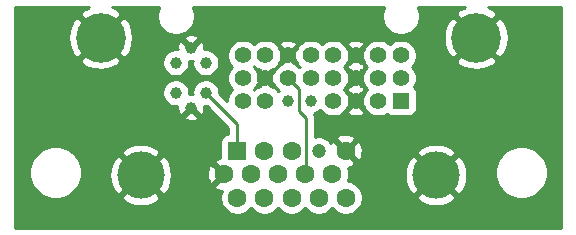
<source format=gbl>
G04 #@! TF.GenerationSoftware,KiCad,Pcbnew,(5.1.2)-1*
G04 #@! TF.CreationDate,2019-06-06T00:59:27-04:00*
G04 #@! TF.ProjectId,VGA to DVI_SIMPLE,56474120-746f-4204-9456-495f53494d50,rev?*
G04 #@! TF.SameCoordinates,Original*
G04 #@! TF.FileFunction,Copper,L2,Bot*
G04 #@! TF.FilePolarity,Positive*
%FSLAX46Y46*%
G04 Gerber Fmt 4.6, Leading zero omitted, Abs format (unit mm)*
G04 Created by KiCad (PCBNEW (5.1.2)-1) date 2019-06-06 00:59:27*
%MOMM*%
%LPD*%
G04 APERTURE LIST*
%ADD10C,4.200000*%
%ADD11C,1.400000*%
%ADD12R,1.400000X1.400000*%
%ADD13C,1.000000*%
%ADD14R,1.600000X1.600000*%
%ADD15C,1.600000*%
%ADD16C,1.200000*%
%ADD17C,4.000000*%
%ADD18C,0.250000*%
%ADD19C,0.254000*%
G04 APERTURE END LIST*
D10*
X186690000Y-109220000D03*
X154890000Y-109220000D03*
D11*
X180310000Y-110740000D03*
X178400000Y-110740000D03*
X176490000Y-110740000D03*
X174580000Y-110740000D03*
X172670000Y-110740000D03*
X170760000Y-110740000D03*
X168850000Y-110740000D03*
X166940000Y-110740000D03*
X180310000Y-112650000D03*
X178400000Y-112650000D03*
X176490000Y-112650000D03*
X174580000Y-112650000D03*
X172670000Y-112650000D03*
X170760000Y-112650000D03*
X168850000Y-112650000D03*
X166940000Y-112650000D03*
D12*
X180310000Y-114560000D03*
D11*
X178400000Y-114560000D03*
X176490000Y-114560000D03*
X174580000Y-114560000D03*
D13*
X172670000Y-114560000D03*
X170760000Y-114560000D03*
D11*
X168850000Y-114560000D03*
X166940000Y-114560000D03*
D13*
X163800000Y-111350000D03*
X161260000Y-111350000D03*
X162530000Y-110080000D03*
X163800000Y-113890000D03*
X161260000Y-113890000D03*
X162530000Y-115160000D03*
D14*
X166475000Y-118814339D03*
D15*
X168765000Y-118814339D03*
X171055000Y-118814339D03*
D16*
X173345000Y-118814339D03*
D15*
X175635000Y-118814339D03*
X165330000Y-120794339D03*
X167620000Y-120794339D03*
X169910000Y-120794339D03*
X172200000Y-120794339D03*
X174490000Y-120794339D03*
X166475000Y-122774339D03*
X168765000Y-122774339D03*
X171055000Y-122774339D03*
X173345000Y-122774339D03*
X175635000Y-122774339D03*
D17*
X158290000Y-120864339D03*
X183290000Y-120864339D03*
D18*
X166475000Y-116565000D02*
X163800000Y-113890000D01*
X166475000Y-118814339D02*
X166475000Y-116565000D01*
X171459999Y-113349999D02*
X170760000Y-112650000D01*
X171700000Y-113590000D02*
X171459999Y-113349999D01*
X171700000Y-115450000D02*
X171700000Y-113590000D01*
X172300000Y-116050000D02*
X171700000Y-115450000D01*
X172200000Y-120794339D02*
X172300000Y-120694339D01*
X172300000Y-120694339D02*
X172300000Y-116050000D01*
D19*
G36*
X153820655Y-106688343D02*
G01*
X153379099Y-106924359D01*
X153150965Y-107301360D01*
X154890000Y-109040395D01*
X156629035Y-107301360D01*
X156400901Y-106924359D01*
X155924011Y-106673708D01*
X155877664Y-106660000D01*
X159828009Y-106660000D01*
X159711871Y-106940380D01*
X159650000Y-107251429D01*
X159650000Y-107568571D01*
X159711871Y-107879620D01*
X159833237Y-108172621D01*
X160009431Y-108436315D01*
X160233685Y-108660569D01*
X160497379Y-108836763D01*
X160790380Y-108958129D01*
X161101429Y-109020000D01*
X161418571Y-109020000D01*
X161729620Y-108958129D01*
X162022621Y-108836763D01*
X162286315Y-108660569D01*
X162510569Y-108436315D01*
X162686763Y-108172621D01*
X162808129Y-107879620D01*
X162870000Y-107568571D01*
X162870000Y-107251429D01*
X162808129Y-106940380D01*
X162691991Y-106660000D01*
X178878009Y-106660000D01*
X178761871Y-106940380D01*
X178700000Y-107251429D01*
X178700000Y-107568571D01*
X178761871Y-107879620D01*
X178883237Y-108172621D01*
X179059431Y-108436315D01*
X179283685Y-108660569D01*
X179547379Y-108836763D01*
X179840380Y-108958129D01*
X180151429Y-109020000D01*
X180468571Y-109020000D01*
X180779620Y-108958129D01*
X181072621Y-108836763D01*
X181336315Y-108660569D01*
X181560569Y-108436315D01*
X181736763Y-108172621D01*
X181858129Y-107879620D01*
X181920000Y-107568571D01*
X181920000Y-107251429D01*
X181858129Y-106940380D01*
X181741991Y-106660000D01*
X185711801Y-106660000D01*
X185620655Y-106688343D01*
X185179099Y-106924359D01*
X184950965Y-107301360D01*
X186690000Y-109040395D01*
X188429035Y-107301360D01*
X188200901Y-106924359D01*
X187724011Y-106673708D01*
X187677664Y-106660000D01*
X193840000Y-106660000D01*
X193840001Y-120467572D01*
X193840000Y-120467582D01*
X193840001Y-125340000D01*
X147660000Y-125340000D01*
X147660000Y-120429872D01*
X148845000Y-120429872D01*
X148845000Y-120870128D01*
X148930890Y-121301925D01*
X149099369Y-121708669D01*
X149343962Y-122074729D01*
X149655271Y-122386038D01*
X150021331Y-122630631D01*
X150428075Y-122799110D01*
X150859872Y-122885000D01*
X151300128Y-122885000D01*
X151731925Y-122799110D01*
X151942618Y-122711838D01*
X156622106Y-122711838D01*
X156838228Y-123078597D01*
X157298105Y-123319277D01*
X157796098Y-123465614D01*
X158313071Y-123511987D01*
X158829159Y-123456612D01*
X159324526Y-123301618D01*
X159741772Y-123078597D01*
X159957894Y-122711838D01*
X158290000Y-121043944D01*
X156622106Y-122711838D01*
X151942618Y-122711838D01*
X152138669Y-122630631D01*
X152504729Y-122386038D01*
X152816038Y-122074729D01*
X153060631Y-121708669D01*
X153229110Y-121301925D01*
X153311562Y-120887410D01*
X155642352Y-120887410D01*
X155697727Y-121403498D01*
X155852721Y-121898865D01*
X156075742Y-122316111D01*
X156442501Y-122532233D01*
X158110395Y-120864339D01*
X158469605Y-120864339D01*
X160137499Y-122532233D01*
X160504258Y-122316111D01*
X160744938Y-121856234D01*
X160891275Y-121358241D01*
X160935532Y-120864851D01*
X163889783Y-120864851D01*
X163931213Y-121144469D01*
X164026397Y-121410631D01*
X164093329Y-121535853D01*
X164337298Y-121607436D01*
X165150395Y-120794339D01*
X164337298Y-119981242D01*
X164093329Y-120052825D01*
X163972429Y-120308335D01*
X163903700Y-120582523D01*
X163889783Y-120864851D01*
X160935532Y-120864851D01*
X160937648Y-120841268D01*
X160882273Y-120325180D01*
X160727279Y-119829813D01*
X160504258Y-119412567D01*
X160137499Y-119196445D01*
X158469605Y-120864339D01*
X158110395Y-120864339D01*
X156442501Y-119196445D01*
X156075742Y-119412567D01*
X155835062Y-119872444D01*
X155688725Y-120370437D01*
X155642352Y-120887410D01*
X153311562Y-120887410D01*
X153315000Y-120870128D01*
X153315000Y-120429872D01*
X153229110Y-119998075D01*
X153060631Y-119591331D01*
X152816038Y-119225271D01*
X152607607Y-119016840D01*
X156622106Y-119016840D01*
X158290000Y-120684734D01*
X159957894Y-119016840D01*
X159741772Y-118650081D01*
X159281895Y-118409401D01*
X158783902Y-118263064D01*
X158266929Y-118216691D01*
X157750841Y-118272066D01*
X157255474Y-118427060D01*
X156838228Y-118650081D01*
X156622106Y-119016840D01*
X152607607Y-119016840D01*
X152504729Y-118913962D01*
X152138669Y-118669369D01*
X151731925Y-118500890D01*
X151300128Y-118415000D01*
X150859872Y-118415000D01*
X150428075Y-118500890D01*
X150021331Y-118669369D01*
X149655271Y-118913962D01*
X149343962Y-119225271D01*
X149099369Y-119591331D01*
X148930890Y-119998075D01*
X148845000Y-120429872D01*
X147660000Y-120429872D01*
X147660000Y-115938166D01*
X161931439Y-115938166D01*
X161966550Y-116151588D01*
X162170826Y-116242458D01*
X162388905Y-116291731D01*
X162612406Y-116297511D01*
X162832740Y-116259577D01*
X163041440Y-116179387D01*
X163093450Y-116151588D01*
X163128561Y-115938166D01*
X162530000Y-115339605D01*
X161931439Y-115938166D01*
X147660000Y-115938166D01*
X147660000Y-113778212D01*
X160125000Y-113778212D01*
X160125000Y-114001788D01*
X160168617Y-114221067D01*
X160254176Y-114427624D01*
X160378388Y-114613520D01*
X160536480Y-114771612D01*
X160722376Y-114895824D01*
X160928933Y-114981383D01*
X161148212Y-115025000D01*
X161371788Y-115025000D01*
X161398247Y-115019737D01*
X161392489Y-115242406D01*
X161430423Y-115462740D01*
X161510613Y-115671440D01*
X161538412Y-115723450D01*
X161751834Y-115758561D01*
X162350395Y-115160000D01*
X162336253Y-115145858D01*
X162515858Y-114966253D01*
X162530000Y-114980395D01*
X162544143Y-114966253D01*
X162723748Y-115145858D01*
X162709605Y-115160000D01*
X163308166Y-115758561D01*
X163521588Y-115723450D01*
X163612458Y-115519174D01*
X163661731Y-115301095D01*
X163667511Y-115077594D01*
X163657401Y-115018871D01*
X163688212Y-115025000D01*
X163860199Y-115025000D01*
X165715001Y-116879803D01*
X165715001Y-117376267D01*
X165675000Y-117376267D01*
X165550518Y-117388527D01*
X165430820Y-117424837D01*
X165320506Y-117483802D01*
X165223815Y-117563154D01*
X165144463Y-117659845D01*
X165085498Y-117770159D01*
X165049188Y-117889857D01*
X165036928Y-118014339D01*
X165036928Y-119387098D01*
X164979870Y-119395552D01*
X164713708Y-119490736D01*
X164588486Y-119557668D01*
X164516903Y-119801637D01*
X165330000Y-120614734D01*
X165344143Y-120600592D01*
X165523748Y-120780197D01*
X165509605Y-120794339D01*
X165523748Y-120808482D01*
X165344143Y-120988087D01*
X165330000Y-120973944D01*
X164516903Y-121787041D01*
X164588486Y-122031010D01*
X164843996Y-122151910D01*
X165118184Y-122220639D01*
X165150459Y-122222230D01*
X165095147Y-122355765D01*
X165040000Y-122633004D01*
X165040000Y-122915674D01*
X165095147Y-123192913D01*
X165203320Y-123454066D01*
X165360363Y-123689098D01*
X165560241Y-123888976D01*
X165795273Y-124046019D01*
X166056426Y-124154192D01*
X166333665Y-124209339D01*
X166616335Y-124209339D01*
X166893574Y-124154192D01*
X167154727Y-124046019D01*
X167389759Y-123888976D01*
X167589637Y-123689098D01*
X167620000Y-123643656D01*
X167650363Y-123689098D01*
X167850241Y-123888976D01*
X168085273Y-124046019D01*
X168346426Y-124154192D01*
X168623665Y-124209339D01*
X168906335Y-124209339D01*
X169183574Y-124154192D01*
X169444727Y-124046019D01*
X169679759Y-123888976D01*
X169879637Y-123689098D01*
X169910000Y-123643656D01*
X169940363Y-123689098D01*
X170140241Y-123888976D01*
X170375273Y-124046019D01*
X170636426Y-124154192D01*
X170913665Y-124209339D01*
X171196335Y-124209339D01*
X171473574Y-124154192D01*
X171734727Y-124046019D01*
X171969759Y-123888976D01*
X172169637Y-123689098D01*
X172200000Y-123643656D01*
X172230363Y-123689098D01*
X172430241Y-123888976D01*
X172665273Y-124046019D01*
X172926426Y-124154192D01*
X173203665Y-124209339D01*
X173486335Y-124209339D01*
X173763574Y-124154192D01*
X174024727Y-124046019D01*
X174259759Y-123888976D01*
X174459637Y-123689098D01*
X174490000Y-123643656D01*
X174520363Y-123689098D01*
X174720241Y-123888976D01*
X174955273Y-124046019D01*
X175216426Y-124154192D01*
X175493665Y-124209339D01*
X175776335Y-124209339D01*
X176053574Y-124154192D01*
X176314727Y-124046019D01*
X176549759Y-123888976D01*
X176749637Y-123689098D01*
X176906680Y-123454066D01*
X177014853Y-123192913D01*
X177070000Y-122915674D01*
X177070000Y-122711838D01*
X181622106Y-122711838D01*
X181838228Y-123078597D01*
X182298105Y-123319277D01*
X182796098Y-123465614D01*
X183313071Y-123511987D01*
X183829159Y-123456612D01*
X184324526Y-123301618D01*
X184741772Y-123078597D01*
X184957894Y-122711838D01*
X183290000Y-121043944D01*
X181622106Y-122711838D01*
X177070000Y-122711838D01*
X177070000Y-122633004D01*
X177014853Y-122355765D01*
X176906680Y-122094612D01*
X176749637Y-121859580D01*
X176549759Y-121659702D01*
X176314727Y-121502659D01*
X176053574Y-121394486D01*
X175815929Y-121347215D01*
X175847571Y-121280343D01*
X175916300Y-121006155D01*
X175922153Y-120887410D01*
X180642352Y-120887410D01*
X180697727Y-121403498D01*
X180852721Y-121898865D01*
X181075742Y-122316111D01*
X181442501Y-122532233D01*
X183110395Y-120864339D01*
X183469605Y-120864339D01*
X185137499Y-122532233D01*
X185504258Y-122316111D01*
X185744938Y-121856234D01*
X185891275Y-121358241D01*
X185937648Y-120841268D01*
X185893507Y-120429872D01*
X188265000Y-120429872D01*
X188265000Y-120870128D01*
X188350890Y-121301925D01*
X188519369Y-121708669D01*
X188763962Y-122074729D01*
X189075271Y-122386038D01*
X189441331Y-122630631D01*
X189848075Y-122799110D01*
X190279872Y-122885000D01*
X190720128Y-122885000D01*
X191151925Y-122799110D01*
X191558669Y-122630631D01*
X191924729Y-122386038D01*
X192236038Y-122074729D01*
X192480631Y-121708669D01*
X192649110Y-121301925D01*
X192735000Y-120870128D01*
X192735000Y-120429872D01*
X192649110Y-119998075D01*
X192480631Y-119591331D01*
X192236038Y-119225271D01*
X191924729Y-118913962D01*
X191558669Y-118669369D01*
X191151925Y-118500890D01*
X190720128Y-118415000D01*
X190279872Y-118415000D01*
X189848075Y-118500890D01*
X189441331Y-118669369D01*
X189075271Y-118913962D01*
X188763962Y-119225271D01*
X188519369Y-119591331D01*
X188350890Y-119998075D01*
X188265000Y-120429872D01*
X185893507Y-120429872D01*
X185882273Y-120325180D01*
X185727279Y-119829813D01*
X185504258Y-119412567D01*
X185137499Y-119196445D01*
X183469605Y-120864339D01*
X183110395Y-120864339D01*
X181442501Y-119196445D01*
X181075742Y-119412567D01*
X180835062Y-119872444D01*
X180688725Y-120370437D01*
X180642352Y-120887410D01*
X175922153Y-120887410D01*
X175930217Y-120723827D01*
X175888787Y-120444209D01*
X175815154Y-120238311D01*
X175985130Y-120213126D01*
X176251292Y-120117942D01*
X176376514Y-120051010D01*
X176448097Y-119807041D01*
X175635000Y-118993944D01*
X175620858Y-119008087D01*
X175441253Y-118828482D01*
X175455395Y-118814339D01*
X175814605Y-118814339D01*
X176627702Y-119627436D01*
X176871671Y-119555853D01*
X176992571Y-119300343D01*
X177061300Y-119026155D01*
X177061759Y-119016840D01*
X181622106Y-119016840D01*
X183290000Y-120684734D01*
X184957894Y-119016840D01*
X184741772Y-118650081D01*
X184281895Y-118409401D01*
X183783902Y-118263064D01*
X183266929Y-118216691D01*
X182750841Y-118272066D01*
X182255474Y-118427060D01*
X181838228Y-118650081D01*
X181622106Y-119016840D01*
X177061759Y-119016840D01*
X177075217Y-118743827D01*
X177033787Y-118464209D01*
X176938603Y-118198047D01*
X176871671Y-118072825D01*
X176627702Y-118001242D01*
X175814605Y-118814339D01*
X175455395Y-118814339D01*
X174642298Y-118001242D01*
X174398329Y-118072825D01*
X174372016Y-118128435D01*
X174304287Y-118027072D01*
X174132267Y-117855052D01*
X174082258Y-117821637D01*
X174821903Y-117821637D01*
X175635000Y-118634734D01*
X176448097Y-117821637D01*
X176376514Y-117577668D01*
X176121004Y-117456768D01*
X175846816Y-117388039D01*
X175564488Y-117374122D01*
X175284870Y-117415552D01*
X175018708Y-117510736D01*
X174893486Y-117577668D01*
X174821903Y-117821637D01*
X174082258Y-117821637D01*
X173929992Y-117719896D01*
X173705236Y-117626799D01*
X173466637Y-117579339D01*
X173223363Y-117579339D01*
X173060000Y-117611834D01*
X173060000Y-116087322D01*
X173063676Y-116049999D01*
X173060000Y-116012676D01*
X173060000Y-116012667D01*
X173049003Y-115901014D01*
X173005546Y-115757753D01*
X172997257Y-115742246D01*
X172953723Y-115660800D01*
X173001067Y-115651383D01*
X173207624Y-115565824D01*
X173393520Y-115441612D01*
X173495406Y-115339726D01*
X173543038Y-115411013D01*
X173728987Y-115596962D01*
X173947641Y-115743061D01*
X174190595Y-115843696D01*
X174448514Y-115895000D01*
X174711486Y-115895000D01*
X174969405Y-115843696D01*
X175212359Y-115743061D01*
X175431013Y-115596962D01*
X175546706Y-115481269D01*
X175748336Y-115481269D01*
X175807797Y-115715037D01*
X176046242Y-115825934D01*
X176301740Y-115888183D01*
X176564473Y-115899390D01*
X176824344Y-115859125D01*
X177071366Y-115768935D01*
X177172203Y-115715037D01*
X177231664Y-115481269D01*
X176490000Y-114739605D01*
X175748336Y-115481269D01*
X175546706Y-115481269D01*
X175616962Y-115411013D01*
X175763061Y-115192359D01*
X175823183Y-115047212D01*
X176310395Y-114560000D01*
X175823183Y-114072788D01*
X175763061Y-113927641D01*
X175616962Y-113708987D01*
X175512975Y-113605000D01*
X175546706Y-113571269D01*
X175748336Y-113571269D01*
X175756916Y-113605000D01*
X175748336Y-113638731D01*
X175771349Y-113661744D01*
X175807797Y-113805037D01*
X176007539Y-113897934D01*
X176490000Y-114380395D01*
X176977010Y-113893385D01*
X177071366Y-113858935D01*
X177172203Y-113805037D01*
X177208651Y-113661744D01*
X177231664Y-113638731D01*
X177223084Y-113605000D01*
X177231664Y-113571269D01*
X177208651Y-113548256D01*
X177172203Y-113404963D01*
X176972461Y-113312066D01*
X176490000Y-112829605D01*
X176002990Y-113316615D01*
X175908634Y-113351065D01*
X175807797Y-113404963D01*
X175771349Y-113548256D01*
X175748336Y-113571269D01*
X175546706Y-113571269D01*
X175616962Y-113501013D01*
X175763061Y-113282359D01*
X175823183Y-113137212D01*
X176310395Y-112650000D01*
X175823183Y-112162788D01*
X175763061Y-112017641D01*
X175616962Y-111798987D01*
X175512975Y-111695000D01*
X175546706Y-111661269D01*
X175748336Y-111661269D01*
X175756916Y-111695000D01*
X175748336Y-111728731D01*
X175771349Y-111751744D01*
X175807797Y-111895037D01*
X176007539Y-111987934D01*
X176490000Y-112470395D01*
X176977010Y-111983385D01*
X177071366Y-111948935D01*
X177172203Y-111895037D01*
X177208651Y-111751744D01*
X177231664Y-111728731D01*
X177223084Y-111695000D01*
X177231664Y-111661269D01*
X177208651Y-111638256D01*
X177172203Y-111494963D01*
X176972461Y-111402066D01*
X176490000Y-110919605D01*
X176002990Y-111406615D01*
X175908634Y-111441065D01*
X175807797Y-111494963D01*
X175771349Y-111638256D01*
X175748336Y-111661269D01*
X175546706Y-111661269D01*
X175616962Y-111591013D01*
X175763061Y-111372359D01*
X175823183Y-111227212D01*
X176310395Y-110740000D01*
X176669605Y-110740000D01*
X177156817Y-111227212D01*
X177216939Y-111372359D01*
X177363038Y-111591013D01*
X177467025Y-111695000D01*
X177363038Y-111798987D01*
X177216939Y-112017641D01*
X177156817Y-112162788D01*
X176669605Y-112650000D01*
X177156817Y-113137212D01*
X177216939Y-113282359D01*
X177363038Y-113501013D01*
X177467025Y-113605000D01*
X177363038Y-113708987D01*
X177216939Y-113927641D01*
X177156817Y-114072788D01*
X176669605Y-114560000D01*
X177156817Y-115047212D01*
X177216939Y-115192359D01*
X177363038Y-115411013D01*
X177548987Y-115596962D01*
X177767641Y-115743061D01*
X178010595Y-115843696D01*
X178268514Y-115895000D01*
X178531486Y-115895000D01*
X178789405Y-115843696D01*
X179032359Y-115743061D01*
X179130925Y-115677201D01*
X179158815Y-115711185D01*
X179255506Y-115790537D01*
X179365820Y-115849502D01*
X179485518Y-115885812D01*
X179610000Y-115898072D01*
X181010000Y-115898072D01*
X181134482Y-115885812D01*
X181254180Y-115849502D01*
X181364494Y-115790537D01*
X181461185Y-115711185D01*
X181540537Y-115614494D01*
X181599502Y-115504180D01*
X181635812Y-115384482D01*
X181648072Y-115260000D01*
X181648072Y-113860000D01*
X181635812Y-113735518D01*
X181599502Y-113615820D01*
X181540537Y-113505506D01*
X181461185Y-113408815D01*
X181427201Y-113380925D01*
X181493061Y-113282359D01*
X181593696Y-113039405D01*
X181645000Y-112781486D01*
X181645000Y-112518514D01*
X181593696Y-112260595D01*
X181493061Y-112017641D01*
X181346962Y-111798987D01*
X181242975Y-111695000D01*
X181346962Y-111591013D01*
X181493061Y-111372359D01*
X181589870Y-111138640D01*
X184950965Y-111138640D01*
X185179099Y-111515641D01*
X185655989Y-111766292D01*
X186172614Y-111919092D01*
X186709122Y-111968167D01*
X187244896Y-111911631D01*
X187759345Y-111751657D01*
X188200901Y-111515641D01*
X188429035Y-111138640D01*
X186690000Y-109399605D01*
X184950965Y-111138640D01*
X181589870Y-111138640D01*
X181593696Y-111129405D01*
X181645000Y-110871486D01*
X181645000Y-110608514D01*
X181593696Y-110350595D01*
X181493061Y-110107641D01*
X181346962Y-109888987D01*
X181161013Y-109703038D01*
X180942359Y-109556939D01*
X180699405Y-109456304D01*
X180441486Y-109405000D01*
X180178514Y-109405000D01*
X179920595Y-109456304D01*
X179677641Y-109556939D01*
X179458987Y-109703038D01*
X179355000Y-109807025D01*
X179251013Y-109703038D01*
X179032359Y-109556939D01*
X178789405Y-109456304D01*
X178531486Y-109405000D01*
X178268514Y-109405000D01*
X178010595Y-109456304D01*
X177767641Y-109556939D01*
X177548987Y-109703038D01*
X177363038Y-109888987D01*
X177216939Y-110107641D01*
X177156817Y-110252788D01*
X176669605Y-110740000D01*
X176310395Y-110740000D01*
X175823183Y-110252788D01*
X175763061Y-110107641D01*
X175616962Y-109888987D01*
X175546706Y-109818731D01*
X175748336Y-109818731D01*
X176490000Y-110560395D01*
X177231664Y-109818731D01*
X177172203Y-109584963D01*
X176933758Y-109474066D01*
X176678260Y-109411817D01*
X176415527Y-109400610D01*
X176155656Y-109440875D01*
X175908634Y-109531065D01*
X175807797Y-109584963D01*
X175748336Y-109818731D01*
X175546706Y-109818731D01*
X175431013Y-109703038D01*
X175212359Y-109556939D01*
X174969405Y-109456304D01*
X174711486Y-109405000D01*
X174448514Y-109405000D01*
X174190595Y-109456304D01*
X173947641Y-109556939D01*
X173728987Y-109703038D01*
X173625000Y-109807025D01*
X173521013Y-109703038D01*
X173302359Y-109556939D01*
X173059405Y-109456304D01*
X172801486Y-109405000D01*
X172538514Y-109405000D01*
X172280595Y-109456304D01*
X172037641Y-109556939D01*
X171818987Y-109703038D01*
X171633038Y-109888987D01*
X171486939Y-110107641D01*
X171426817Y-110252788D01*
X170939605Y-110740000D01*
X171426817Y-111227212D01*
X171486939Y-111372359D01*
X171633038Y-111591013D01*
X171737025Y-111695000D01*
X171715000Y-111717025D01*
X171611013Y-111613038D01*
X171392359Y-111466939D01*
X171247212Y-111406817D01*
X170760000Y-110919605D01*
X170272788Y-111406817D01*
X170127641Y-111466939D01*
X169908987Y-111613038D01*
X169723038Y-111798987D01*
X169576939Y-112017641D01*
X169516817Y-112162788D01*
X169029605Y-112650000D01*
X169516817Y-113137212D01*
X169576939Y-113282359D01*
X169723038Y-113501013D01*
X169908987Y-113686962D01*
X169980274Y-113734594D01*
X169934594Y-113780274D01*
X169886962Y-113708987D01*
X169701013Y-113523038D01*
X169482359Y-113376939D01*
X169337212Y-113316817D01*
X168850000Y-112829605D01*
X168362788Y-113316817D01*
X168217641Y-113376939D01*
X167998987Y-113523038D01*
X167895000Y-113627025D01*
X167872975Y-113605000D01*
X167976962Y-113501013D01*
X168123061Y-113282359D01*
X168183183Y-113137212D01*
X168670395Y-112650000D01*
X168183183Y-112162788D01*
X168123061Y-112017641D01*
X167976962Y-111798987D01*
X167872975Y-111695000D01*
X167895000Y-111672975D01*
X167998987Y-111776962D01*
X168217641Y-111923061D01*
X168362788Y-111983183D01*
X168850000Y-112470395D01*
X169337212Y-111983183D01*
X169482359Y-111923061D01*
X169701013Y-111776962D01*
X169886962Y-111591013D01*
X170033061Y-111372359D01*
X170093183Y-111227212D01*
X170580395Y-110740000D01*
X170093183Y-110252788D01*
X170033061Y-110107641D01*
X169886962Y-109888987D01*
X169816706Y-109818731D01*
X170018336Y-109818731D01*
X170760000Y-110560395D01*
X171501664Y-109818731D01*
X171442203Y-109584963D01*
X171203758Y-109474066D01*
X170948260Y-109411817D01*
X170685527Y-109400610D01*
X170425656Y-109440875D01*
X170178634Y-109531065D01*
X170077797Y-109584963D01*
X170018336Y-109818731D01*
X169816706Y-109818731D01*
X169701013Y-109703038D01*
X169482359Y-109556939D01*
X169239405Y-109456304D01*
X168981486Y-109405000D01*
X168718514Y-109405000D01*
X168460595Y-109456304D01*
X168217641Y-109556939D01*
X167998987Y-109703038D01*
X167895000Y-109807025D01*
X167791013Y-109703038D01*
X167572359Y-109556939D01*
X167329405Y-109456304D01*
X167071486Y-109405000D01*
X166808514Y-109405000D01*
X166550595Y-109456304D01*
X166307641Y-109556939D01*
X166088987Y-109703038D01*
X165903038Y-109888987D01*
X165756939Y-110107641D01*
X165656304Y-110350595D01*
X165605000Y-110608514D01*
X165605000Y-110871486D01*
X165656304Y-111129405D01*
X165756939Y-111372359D01*
X165903038Y-111591013D01*
X166007025Y-111695000D01*
X165903038Y-111798987D01*
X165756939Y-112017641D01*
X165656304Y-112260595D01*
X165605000Y-112518514D01*
X165605000Y-112781486D01*
X165656304Y-113039405D01*
X165756939Y-113282359D01*
X165903038Y-113501013D01*
X166007025Y-113605000D01*
X165903038Y-113708987D01*
X165756939Y-113927641D01*
X165656304Y-114170595D01*
X165605000Y-114428514D01*
X165605000Y-114620199D01*
X164935000Y-113950199D01*
X164935000Y-113778212D01*
X164891383Y-113558933D01*
X164805824Y-113352376D01*
X164681612Y-113166480D01*
X164523520Y-113008388D01*
X164337624Y-112884176D01*
X164131067Y-112798617D01*
X163911788Y-112755000D01*
X163688212Y-112755000D01*
X163468933Y-112798617D01*
X163262376Y-112884176D01*
X163076480Y-113008388D01*
X162918388Y-113166480D01*
X162794176Y-113352376D01*
X162708617Y-113558933D01*
X162665000Y-113778212D01*
X162665000Y-114001788D01*
X162670263Y-114028247D01*
X162447594Y-114022489D01*
X162388871Y-114032599D01*
X162395000Y-114001788D01*
X162395000Y-113778212D01*
X162351383Y-113558933D01*
X162265824Y-113352376D01*
X162141612Y-113166480D01*
X161983520Y-113008388D01*
X161797624Y-112884176D01*
X161591067Y-112798617D01*
X161371788Y-112755000D01*
X161148212Y-112755000D01*
X160928933Y-112798617D01*
X160722376Y-112884176D01*
X160536480Y-113008388D01*
X160378388Y-113166480D01*
X160254176Y-113352376D01*
X160168617Y-113558933D01*
X160125000Y-113778212D01*
X147660000Y-113778212D01*
X147660000Y-111138640D01*
X153150965Y-111138640D01*
X153379099Y-111515641D01*
X153855989Y-111766292D01*
X154372614Y-111919092D01*
X154909122Y-111968167D01*
X155444896Y-111911631D01*
X155959345Y-111751657D01*
X156400901Y-111515641D01*
X156568781Y-111238212D01*
X160125000Y-111238212D01*
X160125000Y-111461788D01*
X160168617Y-111681067D01*
X160254176Y-111887624D01*
X160378388Y-112073520D01*
X160536480Y-112231612D01*
X160722376Y-112355824D01*
X160928933Y-112441383D01*
X161148212Y-112485000D01*
X161371788Y-112485000D01*
X161591067Y-112441383D01*
X161797624Y-112355824D01*
X161983520Y-112231612D01*
X162141612Y-112073520D01*
X162265824Y-111887624D01*
X162351383Y-111681067D01*
X162395000Y-111461788D01*
X162395000Y-111238212D01*
X162389737Y-111211753D01*
X162612406Y-111217511D01*
X162671129Y-111207401D01*
X162665000Y-111238212D01*
X162665000Y-111461788D01*
X162708617Y-111681067D01*
X162794176Y-111887624D01*
X162918388Y-112073520D01*
X163076480Y-112231612D01*
X163262376Y-112355824D01*
X163468933Y-112441383D01*
X163688212Y-112485000D01*
X163911788Y-112485000D01*
X164131067Y-112441383D01*
X164337624Y-112355824D01*
X164523520Y-112231612D01*
X164681612Y-112073520D01*
X164805824Y-111887624D01*
X164891383Y-111681067D01*
X164935000Y-111461788D01*
X164935000Y-111238212D01*
X164891383Y-111018933D01*
X164805824Y-110812376D01*
X164681612Y-110626480D01*
X164523520Y-110468388D01*
X164337624Y-110344176D01*
X164131067Y-110258617D01*
X163911788Y-110215000D01*
X163688212Y-110215000D01*
X163661753Y-110220263D01*
X163667511Y-109997594D01*
X163629577Y-109777260D01*
X163549387Y-109568560D01*
X163521588Y-109516550D01*
X163308166Y-109481439D01*
X162709605Y-110080000D01*
X162723748Y-110094143D01*
X162544143Y-110273748D01*
X162530000Y-110259605D01*
X162515858Y-110273748D01*
X162336253Y-110094143D01*
X162350395Y-110080000D01*
X161751834Y-109481439D01*
X161538412Y-109516550D01*
X161447542Y-109720826D01*
X161398269Y-109938905D01*
X161392489Y-110162406D01*
X161402599Y-110221129D01*
X161371788Y-110215000D01*
X161148212Y-110215000D01*
X160928933Y-110258617D01*
X160722376Y-110344176D01*
X160536480Y-110468388D01*
X160378388Y-110626480D01*
X160254176Y-110812376D01*
X160168617Y-111018933D01*
X160125000Y-111238212D01*
X156568781Y-111238212D01*
X156629035Y-111138640D01*
X154890000Y-109399605D01*
X153150965Y-111138640D01*
X147660000Y-111138640D01*
X147660000Y-109239122D01*
X152141833Y-109239122D01*
X152198369Y-109774896D01*
X152358343Y-110289345D01*
X152594359Y-110730901D01*
X152971360Y-110959035D01*
X154710395Y-109220000D01*
X155069605Y-109220000D01*
X156808640Y-110959035D01*
X157185641Y-110730901D01*
X157436292Y-110254011D01*
X157589092Y-109737386D01*
X157628932Y-109301834D01*
X161931439Y-109301834D01*
X162530000Y-109900395D01*
X163128561Y-109301834D01*
X163118244Y-109239122D01*
X183941833Y-109239122D01*
X183998369Y-109774896D01*
X184158343Y-110289345D01*
X184394359Y-110730901D01*
X184771360Y-110959035D01*
X186510395Y-109220000D01*
X186869605Y-109220000D01*
X188608640Y-110959035D01*
X188985641Y-110730901D01*
X189236292Y-110254011D01*
X189389092Y-109737386D01*
X189438167Y-109200878D01*
X189381631Y-108665104D01*
X189221657Y-108150655D01*
X188985641Y-107709099D01*
X188608640Y-107480965D01*
X186869605Y-109220000D01*
X186510395Y-109220000D01*
X184771360Y-107480965D01*
X184394359Y-107709099D01*
X184143708Y-108185989D01*
X183990908Y-108702614D01*
X183941833Y-109239122D01*
X163118244Y-109239122D01*
X163093450Y-109088412D01*
X162889174Y-108997542D01*
X162671095Y-108948269D01*
X162447594Y-108942489D01*
X162227260Y-108980423D01*
X162018560Y-109060613D01*
X161966550Y-109088412D01*
X161931439Y-109301834D01*
X157628932Y-109301834D01*
X157638167Y-109200878D01*
X157581631Y-108665104D01*
X157421657Y-108150655D01*
X157185641Y-107709099D01*
X156808640Y-107480965D01*
X155069605Y-109220000D01*
X154710395Y-109220000D01*
X152971360Y-107480965D01*
X152594359Y-107709099D01*
X152343708Y-108185989D01*
X152190908Y-108702614D01*
X152141833Y-109239122D01*
X147660000Y-109239122D01*
X147660000Y-106660000D01*
X153911801Y-106660000D01*
X153820655Y-106688343D01*
X153820655Y-106688343D01*
G37*
X153820655Y-106688343D02*
X153379099Y-106924359D01*
X153150965Y-107301360D01*
X154890000Y-109040395D01*
X156629035Y-107301360D01*
X156400901Y-106924359D01*
X155924011Y-106673708D01*
X155877664Y-106660000D01*
X159828009Y-106660000D01*
X159711871Y-106940380D01*
X159650000Y-107251429D01*
X159650000Y-107568571D01*
X159711871Y-107879620D01*
X159833237Y-108172621D01*
X160009431Y-108436315D01*
X160233685Y-108660569D01*
X160497379Y-108836763D01*
X160790380Y-108958129D01*
X161101429Y-109020000D01*
X161418571Y-109020000D01*
X161729620Y-108958129D01*
X162022621Y-108836763D01*
X162286315Y-108660569D01*
X162510569Y-108436315D01*
X162686763Y-108172621D01*
X162808129Y-107879620D01*
X162870000Y-107568571D01*
X162870000Y-107251429D01*
X162808129Y-106940380D01*
X162691991Y-106660000D01*
X178878009Y-106660000D01*
X178761871Y-106940380D01*
X178700000Y-107251429D01*
X178700000Y-107568571D01*
X178761871Y-107879620D01*
X178883237Y-108172621D01*
X179059431Y-108436315D01*
X179283685Y-108660569D01*
X179547379Y-108836763D01*
X179840380Y-108958129D01*
X180151429Y-109020000D01*
X180468571Y-109020000D01*
X180779620Y-108958129D01*
X181072621Y-108836763D01*
X181336315Y-108660569D01*
X181560569Y-108436315D01*
X181736763Y-108172621D01*
X181858129Y-107879620D01*
X181920000Y-107568571D01*
X181920000Y-107251429D01*
X181858129Y-106940380D01*
X181741991Y-106660000D01*
X185711801Y-106660000D01*
X185620655Y-106688343D01*
X185179099Y-106924359D01*
X184950965Y-107301360D01*
X186690000Y-109040395D01*
X188429035Y-107301360D01*
X188200901Y-106924359D01*
X187724011Y-106673708D01*
X187677664Y-106660000D01*
X193840000Y-106660000D01*
X193840001Y-120467572D01*
X193840000Y-120467582D01*
X193840001Y-125340000D01*
X147660000Y-125340000D01*
X147660000Y-120429872D01*
X148845000Y-120429872D01*
X148845000Y-120870128D01*
X148930890Y-121301925D01*
X149099369Y-121708669D01*
X149343962Y-122074729D01*
X149655271Y-122386038D01*
X150021331Y-122630631D01*
X150428075Y-122799110D01*
X150859872Y-122885000D01*
X151300128Y-122885000D01*
X151731925Y-122799110D01*
X151942618Y-122711838D01*
X156622106Y-122711838D01*
X156838228Y-123078597D01*
X157298105Y-123319277D01*
X157796098Y-123465614D01*
X158313071Y-123511987D01*
X158829159Y-123456612D01*
X159324526Y-123301618D01*
X159741772Y-123078597D01*
X159957894Y-122711838D01*
X158290000Y-121043944D01*
X156622106Y-122711838D01*
X151942618Y-122711838D01*
X152138669Y-122630631D01*
X152504729Y-122386038D01*
X152816038Y-122074729D01*
X153060631Y-121708669D01*
X153229110Y-121301925D01*
X153311562Y-120887410D01*
X155642352Y-120887410D01*
X155697727Y-121403498D01*
X155852721Y-121898865D01*
X156075742Y-122316111D01*
X156442501Y-122532233D01*
X158110395Y-120864339D01*
X158469605Y-120864339D01*
X160137499Y-122532233D01*
X160504258Y-122316111D01*
X160744938Y-121856234D01*
X160891275Y-121358241D01*
X160935532Y-120864851D01*
X163889783Y-120864851D01*
X163931213Y-121144469D01*
X164026397Y-121410631D01*
X164093329Y-121535853D01*
X164337298Y-121607436D01*
X165150395Y-120794339D01*
X164337298Y-119981242D01*
X164093329Y-120052825D01*
X163972429Y-120308335D01*
X163903700Y-120582523D01*
X163889783Y-120864851D01*
X160935532Y-120864851D01*
X160937648Y-120841268D01*
X160882273Y-120325180D01*
X160727279Y-119829813D01*
X160504258Y-119412567D01*
X160137499Y-119196445D01*
X158469605Y-120864339D01*
X158110395Y-120864339D01*
X156442501Y-119196445D01*
X156075742Y-119412567D01*
X155835062Y-119872444D01*
X155688725Y-120370437D01*
X155642352Y-120887410D01*
X153311562Y-120887410D01*
X153315000Y-120870128D01*
X153315000Y-120429872D01*
X153229110Y-119998075D01*
X153060631Y-119591331D01*
X152816038Y-119225271D01*
X152607607Y-119016840D01*
X156622106Y-119016840D01*
X158290000Y-120684734D01*
X159957894Y-119016840D01*
X159741772Y-118650081D01*
X159281895Y-118409401D01*
X158783902Y-118263064D01*
X158266929Y-118216691D01*
X157750841Y-118272066D01*
X157255474Y-118427060D01*
X156838228Y-118650081D01*
X156622106Y-119016840D01*
X152607607Y-119016840D01*
X152504729Y-118913962D01*
X152138669Y-118669369D01*
X151731925Y-118500890D01*
X151300128Y-118415000D01*
X150859872Y-118415000D01*
X150428075Y-118500890D01*
X150021331Y-118669369D01*
X149655271Y-118913962D01*
X149343962Y-119225271D01*
X149099369Y-119591331D01*
X148930890Y-119998075D01*
X148845000Y-120429872D01*
X147660000Y-120429872D01*
X147660000Y-115938166D01*
X161931439Y-115938166D01*
X161966550Y-116151588D01*
X162170826Y-116242458D01*
X162388905Y-116291731D01*
X162612406Y-116297511D01*
X162832740Y-116259577D01*
X163041440Y-116179387D01*
X163093450Y-116151588D01*
X163128561Y-115938166D01*
X162530000Y-115339605D01*
X161931439Y-115938166D01*
X147660000Y-115938166D01*
X147660000Y-113778212D01*
X160125000Y-113778212D01*
X160125000Y-114001788D01*
X160168617Y-114221067D01*
X160254176Y-114427624D01*
X160378388Y-114613520D01*
X160536480Y-114771612D01*
X160722376Y-114895824D01*
X160928933Y-114981383D01*
X161148212Y-115025000D01*
X161371788Y-115025000D01*
X161398247Y-115019737D01*
X161392489Y-115242406D01*
X161430423Y-115462740D01*
X161510613Y-115671440D01*
X161538412Y-115723450D01*
X161751834Y-115758561D01*
X162350395Y-115160000D01*
X162336253Y-115145858D01*
X162515858Y-114966253D01*
X162530000Y-114980395D01*
X162544143Y-114966253D01*
X162723748Y-115145858D01*
X162709605Y-115160000D01*
X163308166Y-115758561D01*
X163521588Y-115723450D01*
X163612458Y-115519174D01*
X163661731Y-115301095D01*
X163667511Y-115077594D01*
X163657401Y-115018871D01*
X163688212Y-115025000D01*
X163860199Y-115025000D01*
X165715001Y-116879803D01*
X165715001Y-117376267D01*
X165675000Y-117376267D01*
X165550518Y-117388527D01*
X165430820Y-117424837D01*
X165320506Y-117483802D01*
X165223815Y-117563154D01*
X165144463Y-117659845D01*
X165085498Y-117770159D01*
X165049188Y-117889857D01*
X165036928Y-118014339D01*
X165036928Y-119387098D01*
X164979870Y-119395552D01*
X164713708Y-119490736D01*
X164588486Y-119557668D01*
X164516903Y-119801637D01*
X165330000Y-120614734D01*
X165344143Y-120600592D01*
X165523748Y-120780197D01*
X165509605Y-120794339D01*
X165523748Y-120808482D01*
X165344143Y-120988087D01*
X165330000Y-120973944D01*
X164516903Y-121787041D01*
X164588486Y-122031010D01*
X164843996Y-122151910D01*
X165118184Y-122220639D01*
X165150459Y-122222230D01*
X165095147Y-122355765D01*
X165040000Y-122633004D01*
X165040000Y-122915674D01*
X165095147Y-123192913D01*
X165203320Y-123454066D01*
X165360363Y-123689098D01*
X165560241Y-123888976D01*
X165795273Y-124046019D01*
X166056426Y-124154192D01*
X166333665Y-124209339D01*
X166616335Y-124209339D01*
X166893574Y-124154192D01*
X167154727Y-124046019D01*
X167389759Y-123888976D01*
X167589637Y-123689098D01*
X167620000Y-123643656D01*
X167650363Y-123689098D01*
X167850241Y-123888976D01*
X168085273Y-124046019D01*
X168346426Y-124154192D01*
X168623665Y-124209339D01*
X168906335Y-124209339D01*
X169183574Y-124154192D01*
X169444727Y-124046019D01*
X169679759Y-123888976D01*
X169879637Y-123689098D01*
X169910000Y-123643656D01*
X169940363Y-123689098D01*
X170140241Y-123888976D01*
X170375273Y-124046019D01*
X170636426Y-124154192D01*
X170913665Y-124209339D01*
X171196335Y-124209339D01*
X171473574Y-124154192D01*
X171734727Y-124046019D01*
X171969759Y-123888976D01*
X172169637Y-123689098D01*
X172200000Y-123643656D01*
X172230363Y-123689098D01*
X172430241Y-123888976D01*
X172665273Y-124046019D01*
X172926426Y-124154192D01*
X173203665Y-124209339D01*
X173486335Y-124209339D01*
X173763574Y-124154192D01*
X174024727Y-124046019D01*
X174259759Y-123888976D01*
X174459637Y-123689098D01*
X174490000Y-123643656D01*
X174520363Y-123689098D01*
X174720241Y-123888976D01*
X174955273Y-124046019D01*
X175216426Y-124154192D01*
X175493665Y-124209339D01*
X175776335Y-124209339D01*
X176053574Y-124154192D01*
X176314727Y-124046019D01*
X176549759Y-123888976D01*
X176749637Y-123689098D01*
X176906680Y-123454066D01*
X177014853Y-123192913D01*
X177070000Y-122915674D01*
X177070000Y-122711838D01*
X181622106Y-122711838D01*
X181838228Y-123078597D01*
X182298105Y-123319277D01*
X182796098Y-123465614D01*
X183313071Y-123511987D01*
X183829159Y-123456612D01*
X184324526Y-123301618D01*
X184741772Y-123078597D01*
X184957894Y-122711838D01*
X183290000Y-121043944D01*
X181622106Y-122711838D01*
X177070000Y-122711838D01*
X177070000Y-122633004D01*
X177014853Y-122355765D01*
X176906680Y-122094612D01*
X176749637Y-121859580D01*
X176549759Y-121659702D01*
X176314727Y-121502659D01*
X176053574Y-121394486D01*
X175815929Y-121347215D01*
X175847571Y-121280343D01*
X175916300Y-121006155D01*
X175922153Y-120887410D01*
X180642352Y-120887410D01*
X180697727Y-121403498D01*
X180852721Y-121898865D01*
X181075742Y-122316111D01*
X181442501Y-122532233D01*
X183110395Y-120864339D01*
X183469605Y-120864339D01*
X185137499Y-122532233D01*
X185504258Y-122316111D01*
X185744938Y-121856234D01*
X185891275Y-121358241D01*
X185937648Y-120841268D01*
X185893507Y-120429872D01*
X188265000Y-120429872D01*
X188265000Y-120870128D01*
X188350890Y-121301925D01*
X188519369Y-121708669D01*
X188763962Y-122074729D01*
X189075271Y-122386038D01*
X189441331Y-122630631D01*
X189848075Y-122799110D01*
X190279872Y-122885000D01*
X190720128Y-122885000D01*
X191151925Y-122799110D01*
X191558669Y-122630631D01*
X191924729Y-122386038D01*
X192236038Y-122074729D01*
X192480631Y-121708669D01*
X192649110Y-121301925D01*
X192735000Y-120870128D01*
X192735000Y-120429872D01*
X192649110Y-119998075D01*
X192480631Y-119591331D01*
X192236038Y-119225271D01*
X191924729Y-118913962D01*
X191558669Y-118669369D01*
X191151925Y-118500890D01*
X190720128Y-118415000D01*
X190279872Y-118415000D01*
X189848075Y-118500890D01*
X189441331Y-118669369D01*
X189075271Y-118913962D01*
X188763962Y-119225271D01*
X188519369Y-119591331D01*
X188350890Y-119998075D01*
X188265000Y-120429872D01*
X185893507Y-120429872D01*
X185882273Y-120325180D01*
X185727279Y-119829813D01*
X185504258Y-119412567D01*
X185137499Y-119196445D01*
X183469605Y-120864339D01*
X183110395Y-120864339D01*
X181442501Y-119196445D01*
X181075742Y-119412567D01*
X180835062Y-119872444D01*
X180688725Y-120370437D01*
X180642352Y-120887410D01*
X175922153Y-120887410D01*
X175930217Y-120723827D01*
X175888787Y-120444209D01*
X175815154Y-120238311D01*
X175985130Y-120213126D01*
X176251292Y-120117942D01*
X176376514Y-120051010D01*
X176448097Y-119807041D01*
X175635000Y-118993944D01*
X175620858Y-119008087D01*
X175441253Y-118828482D01*
X175455395Y-118814339D01*
X175814605Y-118814339D01*
X176627702Y-119627436D01*
X176871671Y-119555853D01*
X176992571Y-119300343D01*
X177061300Y-119026155D01*
X177061759Y-119016840D01*
X181622106Y-119016840D01*
X183290000Y-120684734D01*
X184957894Y-119016840D01*
X184741772Y-118650081D01*
X184281895Y-118409401D01*
X183783902Y-118263064D01*
X183266929Y-118216691D01*
X182750841Y-118272066D01*
X182255474Y-118427060D01*
X181838228Y-118650081D01*
X181622106Y-119016840D01*
X177061759Y-119016840D01*
X177075217Y-118743827D01*
X177033787Y-118464209D01*
X176938603Y-118198047D01*
X176871671Y-118072825D01*
X176627702Y-118001242D01*
X175814605Y-118814339D01*
X175455395Y-118814339D01*
X174642298Y-118001242D01*
X174398329Y-118072825D01*
X174372016Y-118128435D01*
X174304287Y-118027072D01*
X174132267Y-117855052D01*
X174082258Y-117821637D01*
X174821903Y-117821637D01*
X175635000Y-118634734D01*
X176448097Y-117821637D01*
X176376514Y-117577668D01*
X176121004Y-117456768D01*
X175846816Y-117388039D01*
X175564488Y-117374122D01*
X175284870Y-117415552D01*
X175018708Y-117510736D01*
X174893486Y-117577668D01*
X174821903Y-117821637D01*
X174082258Y-117821637D01*
X173929992Y-117719896D01*
X173705236Y-117626799D01*
X173466637Y-117579339D01*
X173223363Y-117579339D01*
X173060000Y-117611834D01*
X173060000Y-116087322D01*
X173063676Y-116049999D01*
X173060000Y-116012676D01*
X173060000Y-116012667D01*
X173049003Y-115901014D01*
X173005546Y-115757753D01*
X172997257Y-115742246D01*
X172953723Y-115660800D01*
X173001067Y-115651383D01*
X173207624Y-115565824D01*
X173393520Y-115441612D01*
X173495406Y-115339726D01*
X173543038Y-115411013D01*
X173728987Y-115596962D01*
X173947641Y-115743061D01*
X174190595Y-115843696D01*
X174448514Y-115895000D01*
X174711486Y-115895000D01*
X174969405Y-115843696D01*
X175212359Y-115743061D01*
X175431013Y-115596962D01*
X175546706Y-115481269D01*
X175748336Y-115481269D01*
X175807797Y-115715037D01*
X176046242Y-115825934D01*
X176301740Y-115888183D01*
X176564473Y-115899390D01*
X176824344Y-115859125D01*
X177071366Y-115768935D01*
X177172203Y-115715037D01*
X177231664Y-115481269D01*
X176490000Y-114739605D01*
X175748336Y-115481269D01*
X175546706Y-115481269D01*
X175616962Y-115411013D01*
X175763061Y-115192359D01*
X175823183Y-115047212D01*
X176310395Y-114560000D01*
X175823183Y-114072788D01*
X175763061Y-113927641D01*
X175616962Y-113708987D01*
X175512975Y-113605000D01*
X175546706Y-113571269D01*
X175748336Y-113571269D01*
X175756916Y-113605000D01*
X175748336Y-113638731D01*
X175771349Y-113661744D01*
X175807797Y-113805037D01*
X176007539Y-113897934D01*
X176490000Y-114380395D01*
X176977010Y-113893385D01*
X177071366Y-113858935D01*
X177172203Y-113805037D01*
X177208651Y-113661744D01*
X177231664Y-113638731D01*
X177223084Y-113605000D01*
X177231664Y-113571269D01*
X177208651Y-113548256D01*
X177172203Y-113404963D01*
X176972461Y-113312066D01*
X176490000Y-112829605D01*
X176002990Y-113316615D01*
X175908634Y-113351065D01*
X175807797Y-113404963D01*
X175771349Y-113548256D01*
X175748336Y-113571269D01*
X175546706Y-113571269D01*
X175616962Y-113501013D01*
X175763061Y-113282359D01*
X175823183Y-113137212D01*
X176310395Y-112650000D01*
X175823183Y-112162788D01*
X175763061Y-112017641D01*
X175616962Y-111798987D01*
X175512975Y-111695000D01*
X175546706Y-111661269D01*
X175748336Y-111661269D01*
X175756916Y-111695000D01*
X175748336Y-111728731D01*
X175771349Y-111751744D01*
X175807797Y-111895037D01*
X176007539Y-111987934D01*
X176490000Y-112470395D01*
X176977010Y-111983385D01*
X177071366Y-111948935D01*
X177172203Y-111895037D01*
X177208651Y-111751744D01*
X177231664Y-111728731D01*
X177223084Y-111695000D01*
X177231664Y-111661269D01*
X177208651Y-111638256D01*
X177172203Y-111494963D01*
X176972461Y-111402066D01*
X176490000Y-110919605D01*
X176002990Y-111406615D01*
X175908634Y-111441065D01*
X175807797Y-111494963D01*
X175771349Y-111638256D01*
X175748336Y-111661269D01*
X175546706Y-111661269D01*
X175616962Y-111591013D01*
X175763061Y-111372359D01*
X175823183Y-111227212D01*
X176310395Y-110740000D01*
X176669605Y-110740000D01*
X177156817Y-111227212D01*
X177216939Y-111372359D01*
X177363038Y-111591013D01*
X177467025Y-111695000D01*
X177363038Y-111798987D01*
X177216939Y-112017641D01*
X177156817Y-112162788D01*
X176669605Y-112650000D01*
X177156817Y-113137212D01*
X177216939Y-113282359D01*
X177363038Y-113501013D01*
X177467025Y-113605000D01*
X177363038Y-113708987D01*
X177216939Y-113927641D01*
X177156817Y-114072788D01*
X176669605Y-114560000D01*
X177156817Y-115047212D01*
X177216939Y-115192359D01*
X177363038Y-115411013D01*
X177548987Y-115596962D01*
X177767641Y-115743061D01*
X178010595Y-115843696D01*
X178268514Y-115895000D01*
X178531486Y-115895000D01*
X178789405Y-115843696D01*
X179032359Y-115743061D01*
X179130925Y-115677201D01*
X179158815Y-115711185D01*
X179255506Y-115790537D01*
X179365820Y-115849502D01*
X179485518Y-115885812D01*
X179610000Y-115898072D01*
X181010000Y-115898072D01*
X181134482Y-115885812D01*
X181254180Y-115849502D01*
X181364494Y-115790537D01*
X181461185Y-115711185D01*
X181540537Y-115614494D01*
X181599502Y-115504180D01*
X181635812Y-115384482D01*
X181648072Y-115260000D01*
X181648072Y-113860000D01*
X181635812Y-113735518D01*
X181599502Y-113615820D01*
X181540537Y-113505506D01*
X181461185Y-113408815D01*
X181427201Y-113380925D01*
X181493061Y-113282359D01*
X181593696Y-113039405D01*
X181645000Y-112781486D01*
X181645000Y-112518514D01*
X181593696Y-112260595D01*
X181493061Y-112017641D01*
X181346962Y-111798987D01*
X181242975Y-111695000D01*
X181346962Y-111591013D01*
X181493061Y-111372359D01*
X181589870Y-111138640D01*
X184950965Y-111138640D01*
X185179099Y-111515641D01*
X185655989Y-111766292D01*
X186172614Y-111919092D01*
X186709122Y-111968167D01*
X187244896Y-111911631D01*
X187759345Y-111751657D01*
X188200901Y-111515641D01*
X188429035Y-111138640D01*
X186690000Y-109399605D01*
X184950965Y-111138640D01*
X181589870Y-111138640D01*
X181593696Y-111129405D01*
X181645000Y-110871486D01*
X181645000Y-110608514D01*
X181593696Y-110350595D01*
X181493061Y-110107641D01*
X181346962Y-109888987D01*
X181161013Y-109703038D01*
X180942359Y-109556939D01*
X180699405Y-109456304D01*
X180441486Y-109405000D01*
X180178514Y-109405000D01*
X179920595Y-109456304D01*
X179677641Y-109556939D01*
X179458987Y-109703038D01*
X179355000Y-109807025D01*
X179251013Y-109703038D01*
X179032359Y-109556939D01*
X178789405Y-109456304D01*
X178531486Y-109405000D01*
X178268514Y-109405000D01*
X178010595Y-109456304D01*
X177767641Y-109556939D01*
X177548987Y-109703038D01*
X177363038Y-109888987D01*
X177216939Y-110107641D01*
X177156817Y-110252788D01*
X176669605Y-110740000D01*
X176310395Y-110740000D01*
X175823183Y-110252788D01*
X175763061Y-110107641D01*
X175616962Y-109888987D01*
X175546706Y-109818731D01*
X175748336Y-109818731D01*
X176490000Y-110560395D01*
X177231664Y-109818731D01*
X177172203Y-109584963D01*
X176933758Y-109474066D01*
X176678260Y-109411817D01*
X176415527Y-109400610D01*
X176155656Y-109440875D01*
X175908634Y-109531065D01*
X175807797Y-109584963D01*
X175748336Y-109818731D01*
X175546706Y-109818731D01*
X175431013Y-109703038D01*
X175212359Y-109556939D01*
X174969405Y-109456304D01*
X174711486Y-109405000D01*
X174448514Y-109405000D01*
X174190595Y-109456304D01*
X173947641Y-109556939D01*
X173728987Y-109703038D01*
X173625000Y-109807025D01*
X173521013Y-109703038D01*
X173302359Y-109556939D01*
X173059405Y-109456304D01*
X172801486Y-109405000D01*
X172538514Y-109405000D01*
X172280595Y-109456304D01*
X172037641Y-109556939D01*
X171818987Y-109703038D01*
X171633038Y-109888987D01*
X171486939Y-110107641D01*
X171426817Y-110252788D01*
X170939605Y-110740000D01*
X171426817Y-111227212D01*
X171486939Y-111372359D01*
X171633038Y-111591013D01*
X171737025Y-111695000D01*
X171715000Y-111717025D01*
X171611013Y-111613038D01*
X171392359Y-111466939D01*
X171247212Y-111406817D01*
X170760000Y-110919605D01*
X170272788Y-111406817D01*
X170127641Y-111466939D01*
X169908987Y-111613038D01*
X169723038Y-111798987D01*
X169576939Y-112017641D01*
X169516817Y-112162788D01*
X169029605Y-112650000D01*
X169516817Y-113137212D01*
X169576939Y-113282359D01*
X169723038Y-113501013D01*
X169908987Y-113686962D01*
X169980274Y-113734594D01*
X169934594Y-113780274D01*
X169886962Y-113708987D01*
X169701013Y-113523038D01*
X169482359Y-113376939D01*
X169337212Y-113316817D01*
X168850000Y-112829605D01*
X168362788Y-113316817D01*
X168217641Y-113376939D01*
X167998987Y-113523038D01*
X167895000Y-113627025D01*
X167872975Y-113605000D01*
X167976962Y-113501013D01*
X168123061Y-113282359D01*
X168183183Y-113137212D01*
X168670395Y-112650000D01*
X168183183Y-112162788D01*
X168123061Y-112017641D01*
X167976962Y-111798987D01*
X167872975Y-111695000D01*
X167895000Y-111672975D01*
X167998987Y-111776962D01*
X168217641Y-111923061D01*
X168362788Y-111983183D01*
X168850000Y-112470395D01*
X169337212Y-111983183D01*
X169482359Y-111923061D01*
X169701013Y-111776962D01*
X169886962Y-111591013D01*
X170033061Y-111372359D01*
X170093183Y-111227212D01*
X170580395Y-110740000D01*
X170093183Y-110252788D01*
X170033061Y-110107641D01*
X169886962Y-109888987D01*
X169816706Y-109818731D01*
X170018336Y-109818731D01*
X170760000Y-110560395D01*
X171501664Y-109818731D01*
X171442203Y-109584963D01*
X171203758Y-109474066D01*
X170948260Y-109411817D01*
X170685527Y-109400610D01*
X170425656Y-109440875D01*
X170178634Y-109531065D01*
X170077797Y-109584963D01*
X170018336Y-109818731D01*
X169816706Y-109818731D01*
X169701013Y-109703038D01*
X169482359Y-109556939D01*
X169239405Y-109456304D01*
X168981486Y-109405000D01*
X168718514Y-109405000D01*
X168460595Y-109456304D01*
X168217641Y-109556939D01*
X167998987Y-109703038D01*
X167895000Y-109807025D01*
X167791013Y-109703038D01*
X167572359Y-109556939D01*
X167329405Y-109456304D01*
X167071486Y-109405000D01*
X166808514Y-109405000D01*
X166550595Y-109456304D01*
X166307641Y-109556939D01*
X166088987Y-109703038D01*
X165903038Y-109888987D01*
X165756939Y-110107641D01*
X165656304Y-110350595D01*
X165605000Y-110608514D01*
X165605000Y-110871486D01*
X165656304Y-111129405D01*
X165756939Y-111372359D01*
X165903038Y-111591013D01*
X166007025Y-111695000D01*
X165903038Y-111798987D01*
X165756939Y-112017641D01*
X165656304Y-112260595D01*
X165605000Y-112518514D01*
X165605000Y-112781486D01*
X165656304Y-113039405D01*
X165756939Y-113282359D01*
X165903038Y-113501013D01*
X166007025Y-113605000D01*
X165903038Y-113708987D01*
X165756939Y-113927641D01*
X165656304Y-114170595D01*
X165605000Y-114428514D01*
X165605000Y-114620199D01*
X164935000Y-113950199D01*
X164935000Y-113778212D01*
X164891383Y-113558933D01*
X164805824Y-113352376D01*
X164681612Y-113166480D01*
X164523520Y-113008388D01*
X164337624Y-112884176D01*
X164131067Y-112798617D01*
X163911788Y-112755000D01*
X163688212Y-112755000D01*
X163468933Y-112798617D01*
X163262376Y-112884176D01*
X163076480Y-113008388D01*
X162918388Y-113166480D01*
X162794176Y-113352376D01*
X162708617Y-113558933D01*
X162665000Y-113778212D01*
X162665000Y-114001788D01*
X162670263Y-114028247D01*
X162447594Y-114022489D01*
X162388871Y-114032599D01*
X162395000Y-114001788D01*
X162395000Y-113778212D01*
X162351383Y-113558933D01*
X162265824Y-113352376D01*
X162141612Y-113166480D01*
X161983520Y-113008388D01*
X161797624Y-112884176D01*
X161591067Y-112798617D01*
X161371788Y-112755000D01*
X161148212Y-112755000D01*
X160928933Y-112798617D01*
X160722376Y-112884176D01*
X160536480Y-113008388D01*
X160378388Y-113166480D01*
X160254176Y-113352376D01*
X160168617Y-113558933D01*
X160125000Y-113778212D01*
X147660000Y-113778212D01*
X147660000Y-111138640D01*
X153150965Y-111138640D01*
X153379099Y-111515641D01*
X153855989Y-111766292D01*
X154372614Y-111919092D01*
X154909122Y-111968167D01*
X155444896Y-111911631D01*
X155959345Y-111751657D01*
X156400901Y-111515641D01*
X156568781Y-111238212D01*
X160125000Y-111238212D01*
X160125000Y-111461788D01*
X160168617Y-111681067D01*
X160254176Y-111887624D01*
X160378388Y-112073520D01*
X160536480Y-112231612D01*
X160722376Y-112355824D01*
X160928933Y-112441383D01*
X161148212Y-112485000D01*
X161371788Y-112485000D01*
X161591067Y-112441383D01*
X161797624Y-112355824D01*
X161983520Y-112231612D01*
X162141612Y-112073520D01*
X162265824Y-111887624D01*
X162351383Y-111681067D01*
X162395000Y-111461788D01*
X162395000Y-111238212D01*
X162389737Y-111211753D01*
X162612406Y-111217511D01*
X162671129Y-111207401D01*
X162665000Y-111238212D01*
X162665000Y-111461788D01*
X162708617Y-111681067D01*
X162794176Y-111887624D01*
X162918388Y-112073520D01*
X163076480Y-112231612D01*
X163262376Y-112355824D01*
X163468933Y-112441383D01*
X163688212Y-112485000D01*
X163911788Y-112485000D01*
X164131067Y-112441383D01*
X164337624Y-112355824D01*
X164523520Y-112231612D01*
X164681612Y-112073520D01*
X164805824Y-111887624D01*
X164891383Y-111681067D01*
X164935000Y-111461788D01*
X164935000Y-111238212D01*
X164891383Y-111018933D01*
X164805824Y-110812376D01*
X164681612Y-110626480D01*
X164523520Y-110468388D01*
X164337624Y-110344176D01*
X164131067Y-110258617D01*
X163911788Y-110215000D01*
X163688212Y-110215000D01*
X163661753Y-110220263D01*
X163667511Y-109997594D01*
X163629577Y-109777260D01*
X163549387Y-109568560D01*
X163521588Y-109516550D01*
X163308166Y-109481439D01*
X162709605Y-110080000D01*
X162723748Y-110094143D01*
X162544143Y-110273748D01*
X162530000Y-110259605D01*
X162515858Y-110273748D01*
X162336253Y-110094143D01*
X162350395Y-110080000D01*
X161751834Y-109481439D01*
X161538412Y-109516550D01*
X161447542Y-109720826D01*
X161398269Y-109938905D01*
X161392489Y-110162406D01*
X161402599Y-110221129D01*
X161371788Y-110215000D01*
X161148212Y-110215000D01*
X160928933Y-110258617D01*
X160722376Y-110344176D01*
X160536480Y-110468388D01*
X160378388Y-110626480D01*
X160254176Y-110812376D01*
X160168617Y-111018933D01*
X160125000Y-111238212D01*
X156568781Y-111238212D01*
X156629035Y-111138640D01*
X154890000Y-109399605D01*
X153150965Y-111138640D01*
X147660000Y-111138640D01*
X147660000Y-109239122D01*
X152141833Y-109239122D01*
X152198369Y-109774896D01*
X152358343Y-110289345D01*
X152594359Y-110730901D01*
X152971360Y-110959035D01*
X154710395Y-109220000D01*
X155069605Y-109220000D01*
X156808640Y-110959035D01*
X157185641Y-110730901D01*
X157436292Y-110254011D01*
X157589092Y-109737386D01*
X157628932Y-109301834D01*
X161931439Y-109301834D01*
X162530000Y-109900395D01*
X163128561Y-109301834D01*
X163118244Y-109239122D01*
X183941833Y-109239122D01*
X183998369Y-109774896D01*
X184158343Y-110289345D01*
X184394359Y-110730901D01*
X184771360Y-110959035D01*
X186510395Y-109220000D01*
X186869605Y-109220000D01*
X188608640Y-110959035D01*
X188985641Y-110730901D01*
X189236292Y-110254011D01*
X189389092Y-109737386D01*
X189438167Y-109200878D01*
X189381631Y-108665104D01*
X189221657Y-108150655D01*
X188985641Y-107709099D01*
X188608640Y-107480965D01*
X186869605Y-109220000D01*
X186510395Y-109220000D01*
X184771360Y-107480965D01*
X184394359Y-107709099D01*
X184143708Y-108185989D01*
X183990908Y-108702614D01*
X183941833Y-109239122D01*
X163118244Y-109239122D01*
X163093450Y-109088412D01*
X162889174Y-108997542D01*
X162671095Y-108948269D01*
X162447594Y-108942489D01*
X162227260Y-108980423D01*
X162018560Y-109060613D01*
X161966550Y-109088412D01*
X161931439Y-109301834D01*
X157628932Y-109301834D01*
X157638167Y-109200878D01*
X157581631Y-108665104D01*
X157421657Y-108150655D01*
X157185641Y-107709099D01*
X156808640Y-107480965D01*
X155069605Y-109220000D01*
X154710395Y-109220000D01*
X152971360Y-107480965D01*
X152594359Y-107709099D01*
X152343708Y-108185989D01*
X152190908Y-108702614D01*
X152141833Y-109239122D01*
X147660000Y-109239122D01*
X147660000Y-106660000D01*
X153911801Y-106660000D01*
X153820655Y-106688343D01*
G36*
X167813748Y-120780197D02*
G01*
X167799605Y-120794339D01*
X167813748Y-120808482D01*
X167634143Y-120988087D01*
X167620000Y-120973944D01*
X167605858Y-120988087D01*
X167426253Y-120808482D01*
X167440395Y-120794339D01*
X167426253Y-120780197D01*
X167605858Y-120600592D01*
X167620000Y-120614734D01*
X167634143Y-120600592D01*
X167813748Y-120780197D01*
X167813748Y-120780197D01*
G37*
X167813748Y-120780197D02*
X167799605Y-120794339D01*
X167813748Y-120808482D01*
X167634143Y-120988087D01*
X167620000Y-120973944D01*
X167605858Y-120988087D01*
X167426253Y-120808482D01*
X167440395Y-120794339D01*
X167426253Y-120780197D01*
X167605858Y-120600592D01*
X167620000Y-120614734D01*
X167634143Y-120600592D01*
X167813748Y-120780197D01*
G36*
X174683748Y-120780197D02*
G01*
X174669605Y-120794339D01*
X174683748Y-120808482D01*
X174504143Y-120988087D01*
X174490000Y-120973944D01*
X174475858Y-120988087D01*
X174296253Y-120808482D01*
X174310395Y-120794339D01*
X174296253Y-120780197D01*
X174475858Y-120600592D01*
X174490000Y-120614734D01*
X174504143Y-120600592D01*
X174683748Y-120780197D01*
X174683748Y-120780197D01*
G37*
X174683748Y-120780197D02*
X174669605Y-120794339D01*
X174683748Y-120808482D01*
X174504143Y-120988087D01*
X174490000Y-120973944D01*
X174475858Y-120988087D01*
X174296253Y-120808482D01*
X174310395Y-120794339D01*
X174296253Y-120780197D01*
X174475858Y-120600592D01*
X174490000Y-120614734D01*
X174504143Y-120600592D01*
X174683748Y-120780197D01*
G36*
X170103748Y-120780197D02*
G01*
X170089605Y-120794339D01*
X170103748Y-120808482D01*
X169924143Y-120988087D01*
X169910000Y-120973944D01*
X169895858Y-120988087D01*
X169716253Y-120808482D01*
X169730395Y-120794339D01*
X169716253Y-120780197D01*
X169895858Y-120600592D01*
X169910000Y-120614734D01*
X169924143Y-120600592D01*
X170103748Y-120780197D01*
X170103748Y-120780197D01*
G37*
X170103748Y-120780197D02*
X170089605Y-120794339D01*
X170103748Y-120808482D01*
X169924143Y-120988087D01*
X169910000Y-120973944D01*
X169895858Y-120988087D01*
X169716253Y-120808482D01*
X169730395Y-120794339D01*
X169716253Y-120780197D01*
X169895858Y-120600592D01*
X169910000Y-120614734D01*
X169924143Y-120600592D01*
X170103748Y-120780197D01*
M02*

</source>
